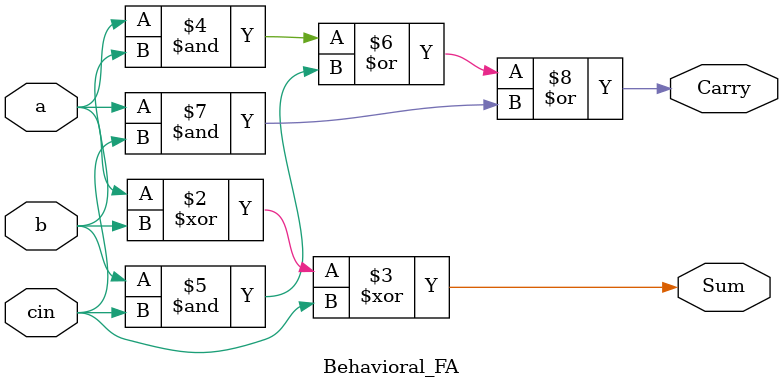
<source format=v>
module Behavioral_FA(Sum, Carry, a, b, cin);
    input a, b, cin;
    output reg Sum, Carry;

    always @(*) begin
        Sum = a ^ b ^ cin;
        Carry = (a & b) | (b & cin) | (a & cin);
    end
endmodule
</source>
